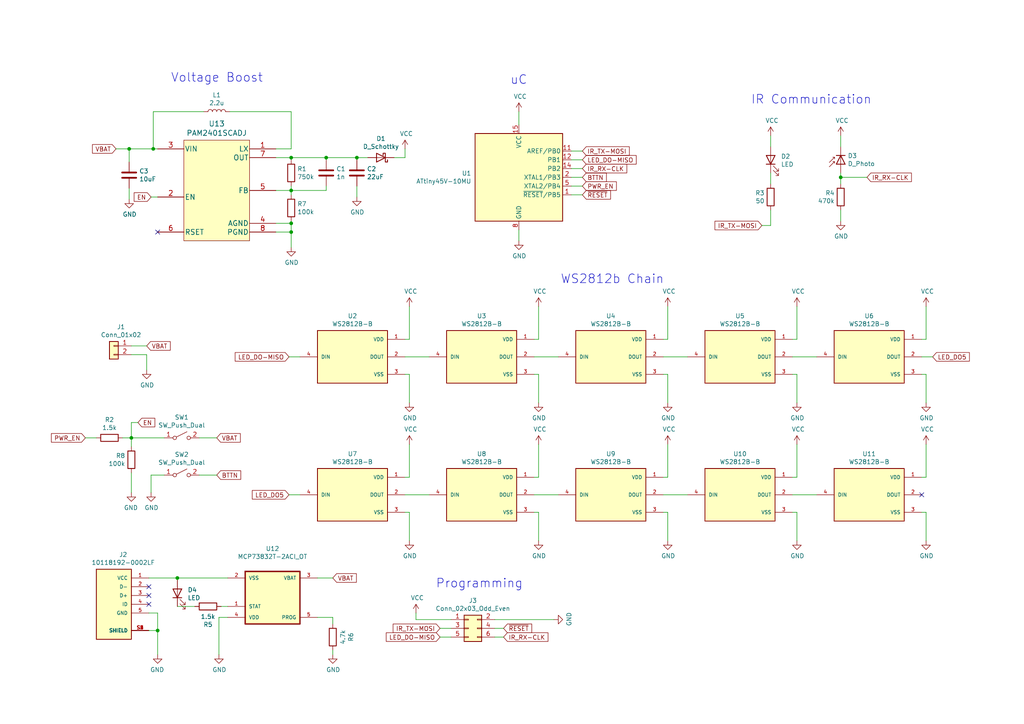
<source format=kicad_sch>
(kicad_sch (version 20211123) (generator eeschema)
  (paper "A4")
  (title_block (title "Festival Necklace") (date "1/20/2022") (rev "A2") (company "Offset Power, LLC."))
  (lib_symbols
    (symbol "Connector_Generic:Conn_01x02" (pin_names (offset 1.016) hide)
      (property "Reference" "J" (at 0 2.54 0))
      (property "Value" "Conn_01x02" (at 0 -5.08 0))
      (symbol "Conn_01x02_1_1"
        (rectangle (start -1.27 -2.413) (end 0 -2.667) (stroke (width 0.1524)))
        (rectangle (start -1.27 0.127) (end 0 -0.127) (stroke (width 0.1524)))
        (rectangle (start -1.27 1.27) (end 1.27 -3.81) (stroke (width 0.254)) (fill (type background)))
        (pin passive line (at -5.08 0 0) (length 3.81) (name "Pin_1") (number "1"))
        (pin passive line (at -5.08 -2.54 0) (length 3.81) (name "Pin_2") (number "2"))
      )
    )
    (symbol "Connector_Generic:Conn_02x03_Odd_Even" (pin_names (offset 1.016) hide)
      (property "Reference" "J" (at 1.27 5.08 0))
      (property "Value" "Conn_02x03_Odd_Even" (at 1.27 -5.08 0))
      (symbol "Conn_02x03_Odd_Even_1_1"
        (rectangle (start -1.27 -2.413) (end 0 -2.667) (stroke (width 0.1524)))
        (rectangle (start -1.27 0.127) (end 0 -0.127) (stroke (width 0.1524)))
        (rectangle (start -1.27 2.667) (end 0 2.413) (stroke (width 0.1524)))
        (rectangle (start -1.27 3.81) (end 3.81 -3.81) (stroke (width 0.254)) (fill (type background)))
        (rectangle (start 3.81 -2.413) (end 2.54 -2.667) (stroke (width 0.1524)))
        (rectangle (start 3.81 0.127) (end 2.54 -0.127) (stroke (width 0.1524)))
        (rectangle (start 3.81 2.667) (end 2.54 2.413) (stroke (width 0.1524)))
        (pin passive line (at -5.08 2.54 0) (length 3.81) (name "Pin_1") (number "1"))
        (pin passive line (at 7.62 2.54 180) (length 3.81) (name "Pin_2") (number "2"))
        (pin passive line (at -5.08 0 0) (length 3.81) (name "Pin_3") (number "3"))
        (pin passive line (at 7.62 0 180) (length 3.81) (name "Pin_4") (number "4"))
        (pin passive line (at -5.08 -2.54 0) (length 3.81) (name "Pin_5") (number "5"))
        (pin passive line (at 7.62 -2.54 180) (length 3.81) (name "Pin_6") (number "6"))
      )
    )
    (symbol "Device:C" (pin_numbers hide) (pin_names (offset 0.254))
      (property "Reference" "C" (at 0.635 2.54 0))
      (property "Value" "C" (at 0.635 -2.54 0))
      (symbol "C_0_1"
        (polyline (pts (xy -2.032 -0.762) (xy 2.032 -0.762)) (stroke (width 0.508)))
        (polyline (pts (xy -2.032 0.762) (xy 2.032 0.762)) (stroke (width 0.508)))
      )
      (symbol "C_1_1"
        (pin passive line (at 0 3.81 270) (length 2.794) (name "~") (number "1"))
        (pin passive line (at 0 -3.81 90) (length 2.794) (name "~") (number "2"))
      )
    )
    (symbol "Device:D_Photo" (pin_numbers hide) (pin_names hide)
      (property "Reference" "D" (at 0.508 1.778 0))
      (property "Value" "D_Photo" (at -1.016 -2.794 0))
      (symbol "D_Photo_0_1"
        (polyline (pts (xy -2.54 1.27) (xy -2.54 -1.27)) (stroke (width 0.254)))
        (polyline (pts (xy -2.032 1.778) (xy -1.524 1.778)))
        (polyline (pts (xy 0 0) (xy -2.54 0)))
        (polyline (pts (xy -0.508 3.302) (xy -2.032 1.778) (xy -2.032 2.286)))
        (polyline (pts (xy 0 -1.27) (xy 0 1.27) (xy -2.54 0) (xy 0 -1.27)) (stroke (width 0.254)))
        (polyline (pts (xy 0.762 3.302) (xy -0.762 1.778) (xy -0.762 2.286) (xy -0.762 1.778) (xy -0.254 1.778)))
      )
      (symbol "D_Photo_1_1"
        (pin passive line (at -5.08 0 0) (length 2.54) (name "K") (number "1"))
        (pin passive line (at 2.54 0 180) (length 2.54) (name "A") (number "2"))
      )
    )
    (symbol "Device:D_Schottky" (pin_numbers hide) (pin_names (offset 1.016) hide)
      (property "Reference" "D" (at 0 2.54 0))
      (property "Value" "D_Schottky" (at 0 -2.54 0))
      (symbol "D_Schottky_0_1"
        (polyline (pts (xy 1.27 0) (xy -1.27 0)))
        (polyline (pts (xy 1.27 1.27) (xy 1.27 -1.27) (xy -1.27 0) (xy 1.27 1.27)) (stroke (width 0.254)))
        (polyline (pts (xy -1.905 0.635) (xy -1.905 1.27) (xy -1.27 1.27) (xy -1.27 -1.27) (xy -0.635 -1.27) (xy -0.635 -0.635)) (stroke (width 0.254)))
      )
      (symbol "D_Schottky_1_1"
        (pin passive line (at -3.81 0 0) (length 2.54) (name "K") (number "1"))
        (pin passive line (at 3.81 0 180) (length 2.54) (name "A") (number "2"))
      )
    )
    (symbol "Device:L" (pin_numbers hide) (pin_names (offset 1.016) hide)
      (property "Reference" "L" (at -1.27 0 90))
      (property "Value" "L" (at 1.905 0 90))
      (symbol "L_0_1"
        (arc (start 0 -2.54) (mid 0.635 -1.905) (end 0 -1.27))
        (arc (start 0 -1.27) (mid 0.635 -0.635) (end 0 0))
        (arc (start 0 0) (mid 0.635 0.635) (end 0 1.27))
        (arc (start 0 1.27) (mid 0.635 1.905) (end 0 2.54))
      )
      (symbol "L_1_1"
        (pin passive line (at 0 3.81 270) (length 1.27) (name "1") (number "1"))
        (pin passive line (at 0 -3.81 90) (length 1.27) (name "2") (number "2"))
      )
    )
    (symbol "Device:LED" (pin_numbers hide) (pin_names (offset 1.016) hide)
      (property "Reference" "D" (at 0 2.54 0))
      (property "Value" "LED" (at 0 -2.54 0))
      (symbol "LED_0_1"
        (polyline (pts (xy -1.27 -1.27) (xy -1.27 1.27)) (stroke (width 0.254)))
        (polyline (pts (xy -1.27 0) (xy 1.27 0)))
        (polyline (pts (xy 1.27 -1.27) (xy 1.27 1.27) (xy -1.27 0) (xy 1.27 -1.27)) (stroke (width 0.254)))
        (polyline (pts (xy -3.048 -0.762) (xy -4.572 -2.286) (xy -3.81 -2.286) (xy -4.572 -2.286) (xy -4.572 -1.524)))
        (polyline (pts (xy -1.778 -0.762) (xy -3.302 -2.286) (xy -2.54 -2.286) (xy -3.302 -2.286) (xy -3.302 -1.524)))
      )
      (symbol "LED_1_1"
        (pin passive line (at -3.81 0 0) (length 2.54) (name "K") (number "1"))
        (pin passive line (at 3.81 0 180) (length 2.54) (name "A") (number "2"))
      )
    )
    (symbol "Device:R" (pin_numbers hide) (pin_names (offset 0))
      (property "Reference" "R" (at 2.032 0 90))
      (property "Value" "R" (at 0 0 90))
      (symbol "R_0_1"
        (rectangle (start -1.016 -2.54) (end 1.016 2.54) (stroke (width 0.254)))
      )
      (symbol "R_1_1"
        (pin passive line (at 0 3.81 270) (length 1.27) (name "~") (number "1"))
        (pin passive line (at 0 -3.81 90) (length 1.27) (name "~") (number "2"))
      )
    )
    (symbol "FestivalNecklace-rescue:ATtiny45V-10MU-MCU_Microchip_ATtiny"
      (property "Reference" "U" (at -12.7 13.97 0))
      (property "Value" "ATtiny45V-10MU-MCU_Microchip_ATtiny" (at 2.54 -13.97 0))
      (symbol "ATtiny45V-10MU-MCU_Microchip_ATtiny_0_1"
        (rectangle (start -12.7 -12.7) (end 12.7 12.7) (stroke (width 0.254)) (fill (type background)))
      )
      (symbol "ATtiny45V-10MU-MCU_Microchip_ATtiny_1_1"
        (pin bidirectional line (at 15.24 -5.08 180) (length 2.54) (name "~{RESET}/PB5") (number "1"))
        (pin no_connect line (at -12.7 -2.54 0) (length 2.54) hide (name "NC") (number "10"))
        (pin bidirectional line (at 15.24 7.62 180) (length 2.54) (name "AREF/PB0") (number "11"))
        (pin bidirectional line (at 15.24 5.08 180) (length 2.54) (name "PB1") (number "12"))
        (pin no_connect line (at -12.7 -5.08 0) (length 2.54) hide (name "NC") (number "13"))
        (pin bidirectional line (at 15.24 2.54 180) (length 2.54) (name "PB2") (number "14"))
        (pin power_in line (at 0 15.24 270) (length 2.54) (name "VCC") (number "15"))
        (pin no_connect line (at -12.7 -7.62 0) (length 2.54) hide (name "NC") (number "16"))
        (pin no_connect line (at -12.7 -10.16 0) (length 2.54) hide (name "NC") (number "17"))
        (pin no_connect line (at -7.62 -12.7 90) (length 2.54) hide (name "NC") (number "18"))
        (pin no_connect line (at -5.08 -12.7 90) (length 2.54) hide (name "NC") (number "19"))
        (pin bidirectional line (at 15.24 0 180) (length 2.54) (name "XTAL1/PB3") (number "2"))
        (pin no_connect line (at -2.54 -12.7 90) (length 2.54) hide (name "NC") (number "20"))
        (pin passive line (at 0 -15.24 90) (length 2.54) hide (name "GND") (number "21"))
        (pin no_connect line (at -12.7 10.16 0) (length 2.54) hide (name "NC") (number "3"))
        (pin no_connect line (at -12.7 7.62 0) (length 2.54) hide (name "NC") (number "4"))
        (pin bidirectional line (at 15.24 -2.54 180) (length 2.54) (name "XTAL2/PB4") (number "5"))
        (pin no_connect line (at -12.7 5.08 0) (length 2.54) hide (name "NC") (number "6"))
        (pin no_connect line (at -12.7 2.54 0) (length 2.54) hide (name "NC") (number "7"))
        (pin power_in line (at 0 -15.24 90) (length 2.54) (name "GND") (number "8"))
        (pin no_connect line (at -12.7 0 0) (length 2.54) hide (name "NC") (number "9"))
      )
    )
    (symbol "FestivalNecklace:10118192-0002LF" (pin_names (offset 1.016))
      (property "Reference" "J" (at -5.08 11.43 0))
      (property "Value" "10118192-0002LF" (at -5.08 -12.7 0))
      (symbol "10118192-0002LF_0_0"
        (rectangle (start -5.08 -10.16) (end 5.08 10.16) (stroke (width 0.254)) (fill (type background)))
        (pin power_in line (at -10.16 7.62 0) (length 5.08) (name "VCC") (number "1"))
        (pin bidirectional line (at -10.16 5.08 0) (length 5.08) (name "D-") (number "2"))
        (pin bidirectional line (at -10.16 2.54 0) (length 5.08) (name "D+") (number "3"))
        (pin bidirectional line (at -10.16 0 0) (length 5.08) (name "ID") (number "4"))
        (pin power_in line (at -10.16 -2.54 0) (length 5.08) (name "GND") (number "5"))
        (pin passive line (at -10.16 -7.62 0) (length 5.08) (name "SHIELD") (number "S1"))
        (pin passive line (at -10.16 -7.62 0) (length 5.08) (name "SHIELD") (number "S2"))
        (pin passive line (at -10.16 -7.62 0) (length 5.08) (name "SHIELD") (number "S3"))
        (pin passive line (at -10.16 -7.62 0) (length 5.08) (name "SHIELD") (number "S4"))
        (pin passive line (at -10.16 -7.62 0) (length 5.08) (name "SHIELD") (number "S5"))
        (pin passive line (at -10.16 -7.62 0) (length 5.08) (name "SHIELD") (number "S6"))
      )
    )
    (symbol "FestivalNecklace:MCP73832T-2ACI_OT" (pin_names (offset 1.016))
      (property "Reference" "U" (at 0 8.255 0))
      (property "Value" "MCP73832T-2ACI_OT" (at 0 -11.43 0))
      (property "DK_PN" "MCP73832T-2ACI/OTCT-ND" (at 0 -8.89 0))
      (symbol "MCP73832T-2ACI_OT_0_0"
        (rectangle (start -8.255 -7.62) (end 7.62 7.62) (stroke (width 0.4064)) (fill (type background)))
        (pin output line (at -13.335 -2.54 0) (length 5.08) (name "STAT") (number "1"))
        (pin power_in line (at -13.335 5.715 0) (length 5.08) (name "VSS") (number "2"))
        (pin output line (at 12.7 5.715 180) (length 5.08) (name "VBAT") (number "3"))
        (pin input line (at -13.335 -5.715 0) (length 5.08) (name "VDD") (number "4"))
        (pin input line (at 12.7 -5.715 180) (length 5.08) (name "PROG") (number "5"))
      )
    )
    (symbol "FestivalNecklace:PAM2401SCADJ" (pin_names (offset 0.254))
      (property "Reference" "U" (at 0.635 17.78 0))
      (property "Value" "PAM2401SCADJ" (at 0.635 15.24 0))
      (property "DK_PN" "PAM2401SCADJDICT-ND" (at 0 0 0))
      (symbol "PAM2401SCADJ_1_1"
        (rectangle (start -9.525 13.335) (end 9.525 -15.875) (fill (type background)))
        (pin unspecified line (at 17.145 10.795 180) (length 7.62) (name "LX") (number "1"))
        (pin unspecified line (at -17.145 -3.175 0) (length 7.62) (name "EN") (number "2"))
        (pin input line (at -17.145 10.795 0) (length 7.62) (name "VIN") (number "3"))
        (pin power_in line (at 17.145 -10.795 180) (length 7.62) (name "AGND") (number "4"))
        (pin unspecified line (at 17.145 -1.27 180) (length 7.62) (name "FB") (number "5"))
        (pin unspecified line (at -17.145 -13.335 0) (length 7.62) (name "RSET") (number "6"))
        (pin output line (at 17.145 8.255 180) (length 7.62) (name "OUT") (number "7"))
        (pin power_in line (at 17.145 -13.335 180) (length 7.62) (name "PGND") (number "8"))
      )
    )
    (symbol "FestivalNecklace:WS2812B-B" (pin_names (offset 1.016))
      (property "Reference" "U" (at -10.16 8.128 0))
      (property "Value" "WS2812B-B" (at -10.16 -10.16 0))
      (symbol "WS2812B-B_0_0"
        (rectangle (start -10.16 -7.62) (end 10.16 7.62) (stroke (width 0.254)) (fill (type background)))
        (pin power_in line (at 15.24 5.08 180) (length 5.08) (name "VDD") (number "1"))
        (pin output line (at 15.24 0 180) (length 5.08) (name "DOUT") (number "2"))
        (pin power_in line (at 15.24 -5.08 180) (length 5.08) (name "VSS") (number "3"))
        (pin input line (at -15.24 0 0) (length 5.08) (name "DIN") (number "4"))
      )
    )
    (symbol "Switch:SW_SPST" (pin_names (offset 0) hide)
      (property "Reference" "SW" (at 0 3.175 0))
      (property "Value" "SW_SPST" (at 0 -2.54 0))
      (symbol "SW_SPST_0_0"
        (circle (center -2.032 0) (radius 0.508))
        (polyline (pts (xy -1.524 0.254) (xy 1.524 1.778)))
        (circle (center 2.032 0) (radius 0.508))
      )
      (symbol "SW_SPST_1_1"
        (pin passive line (at -5.08 0 0) (length 2.54) (name "A") (number "1"))
        (pin passive line (at 5.08 0 180) (length 2.54) (name "B") (number "2"))
      )
    )
    (symbol "power:GND" (power) (pin_names (offset 0))
      (property "Value" "GND" (at 0 -3.81 0))
      (symbol "GND_0_1"
        (polyline (pts (xy 0 0) (xy 0 -1.27) (xy 1.27 -1.27) (xy 0 -2.54) (xy -1.27 -1.27) (xy 0 -1.27)))
      )
      (symbol "GND_1_1"
        (pin power_in line (at 0 0 270) (length 0) hide (name "GND") (number "1"))
      )
    )
    (symbol "power:VCC" (power) (pin_names (offset 0))
      (property "Value" "VCC" (at 0 3.81 0))
      (symbol "VCC_0_1"
        (polyline (pts (xy -0.762 1.27) (xy 0 2.54)))
        (polyline (pts (xy 0 0) (xy 0 2.54)))
        (polyline (pts (xy 0 2.54) (xy 0.762 1.27)))
      )
      (symbol "VCC_1_1"
        (pin power_in line (at 0 0 90) (length 0) hide (name "VCC") (number "1"))
      )
    )
  )
  (junction (at 44.45 43.18))
  (junction (at 243.84 51.435))
  (junction (at 51.435 167.64))
  (junction (at 84.455 55.245))
  (junction (at 38.1 127))
  (junction (at 84.455 67.31))
  (junction (at 84.455 64.77))
  (junction (at 37.465 43.18))
  (junction (at 94.615 45.72))
  (junction (at 45.72 182.88))
  (junction (at 103.505 45.72))
  (junction (at 84.455 45.72))
  (no_connect (at 267.335 143.51))
  (no_connect (at 43.18 175.26))
  (no_connect (at 43.18 172.72))
  (no_connect (at 45.72 67.31))
  (no_connect (at 43.18 170.18))
  (wire (pts (xy 243.84 64.135) (xy 243.84 60.96)))
  (wire (pts (xy 33.655 43.18) (xy 37.465 43.18)))
  (wire (pts (xy 146.05 184.785) (xy 143.51 184.785)))
  (wire (pts (xy 118.745 108.585) (xy 118.745 116.84)))
  (wire (pts (xy 59.055 32.385) (xy 44.45 32.385)))
  (wire (pts (xy 42.545 102.87) (xy 42.545 107.315)))
  (wire (pts (xy 231.14 108.585) (xy 231.14 116.84)))
  (wire (pts (xy 127.635 182.245) (xy 130.81 182.245)))
  (wire (pts (xy 193.675 108.585) (xy 192.405 108.585)))
  (wire (pts (xy 143.51 179.705) (xy 160.655 179.705)))
  (wire (pts (xy 168.91 56.515) (xy 165.735 56.515)))
  (wire (pts (xy 94.615 45.72) (xy 84.455 45.72)))
  (wire (pts (xy 268.605 88.9) (xy 268.605 98.425)))
  (wire (pts (xy 120.65 179.705) (xy 130.81 179.705)))
  (wire (pts (xy 165.735 48.895) (xy 168.91 48.895)))
  (wire (pts (xy 268.605 148.59) (xy 268.605 156.845)))
  (wire (pts (xy 44.45 32.385) (xy 44.45 43.18)))
  (wire (pts (xy 243.84 51.435) (xy 243.84 50.165)))
  (wire (pts (xy 156.21 88.9) (xy 156.21 98.425)))
  (wire (pts (xy 84.455 55.245) (xy 84.455 56.515)))
  (wire (pts (xy 223.52 42.545) (xy 223.52 39.37)))
  (wire (pts (xy 193.675 88.9) (xy 193.675 98.425)))
  (wire (pts (xy 38.1 122.555) (xy 38.1 127)))
  (wire (pts (xy 96.52 179.07) (xy 92.075 179.07)))
  (wire (pts (xy 80.01 55.245) (xy 84.455 55.245)))
  (wire (pts (xy 150.495 69.85) (xy 150.495 66.675)))
  (wire (pts (xy 92.075 167.64) (xy 96.52 167.64)))
  (wire (pts (xy 229.87 143.51) (xy 236.855 143.51)))
  (wire (pts (xy 154.94 103.505) (xy 161.925 103.505)))
  (wire (pts (xy 156.21 148.59) (xy 154.94 148.59)))
  (wire (pts (xy 103.505 46.355) (xy 103.505 45.72)))
  (wire (pts (xy 192.405 143.51) (xy 199.39 143.51)))
  (wire (pts (xy 156.21 138.43) (xy 154.94 138.43)))
  (wire (pts (xy 270.51 103.505) (xy 267.335 103.505)))
  (wire (pts (xy 45.72 182.88) (xy 45.72 177.8)))
  (wire (pts (xy 24.765 127) (xy 27.94 127)))
  (wire (pts (xy 84.455 43.18) (xy 80.01 43.18)))
  (wire (pts (xy 168.91 51.435) (xy 165.735 51.435)))
  (wire (pts (xy 43.815 142.875) (xy 43.815 137.795)))
  (wire (pts (xy 103.505 53.975) (xy 103.505 57.15)))
  (wire (pts (xy 37.465 43.18) (xy 44.45 43.18)))
  (wire (pts (xy 96.52 180.975) (xy 96.52 179.07)))
  (wire (pts (xy 118.745 138.43) (xy 117.475 138.43)))
  (wire (pts (xy 117.475 43.18) (xy 117.475 45.72)))
  (wire (pts (xy 84.455 32.385) (xy 84.455 43.18)))
  (wire (pts (xy 64.135 175.895) (xy 66.04 175.895)))
  (wire (pts (xy 118.745 88.9) (xy 118.745 98.425)))
  (wire (pts (xy 84.455 46.355) (xy 84.455 45.72)))
  (wire (pts (xy 231.14 148.59) (xy 229.87 148.59)))
  (wire (pts (xy 118.745 108.585) (xy 117.475 108.585)))
  (wire (pts (xy 150.495 32.385) (xy 150.495 36.195)))
  (wire (pts (xy 63.5 179.07) (xy 66.04 179.07)))
  (wire (pts (xy 40.005 122.555) (xy 38.1 122.555)))
  (wire (pts (xy 231.14 98.425) (xy 229.87 98.425)))
  (wire (pts (xy 120.65 177.8) (xy 120.65 179.705)))
  (wire (pts (xy 117.475 45.72) (xy 114.3 45.72)))
  (wire (pts (xy 84.455 55.245) (xy 84.455 53.975)))
  (wire (pts (xy 168.91 53.975) (xy 165.735 53.975)))
  (wire (pts (xy 45.72 182.88) (xy 45.72 189.865)))
  (wire (pts (xy 47.625 127) (xy 38.1 127)))
  (wire (pts (xy 127.635 184.785) (xy 130.81 184.785)))
  (wire (pts (xy 118.745 148.59) (xy 118.745 156.845)))
  (wire (pts (xy 94.615 55.245) (xy 84.455 55.245)))
  (wire (pts (xy 193.675 138.43) (xy 192.405 138.43)))
  (wire (pts (xy 117.475 103.505) (xy 124.46 103.505)))
  (wire (pts (xy 268.605 128.905) (xy 268.605 138.43)))
  (wire (pts (xy 231.14 88.9) (xy 231.14 98.425)))
  (wire (pts (xy 268.605 108.585) (xy 268.605 116.84)))
  (wire (pts (xy 103.505 45.72) (xy 106.68 45.72)))
  (wire (pts (xy 231.14 128.905) (xy 231.14 138.43)))
  (wire (pts (xy 156.21 108.585) (xy 154.94 108.585)))
  (wire (pts (xy 80.01 67.31) (xy 84.455 67.31)))
  (wire (pts (xy 43.815 137.795) (xy 47.625 137.795)))
  (wire (pts (xy 38.1 127) (xy 38.1 129.54)))
  (wire (pts (xy 268.605 148.59) (xy 267.335 148.59)))
  (wire (pts (xy 268.605 108.585) (xy 267.335 108.585)))
  (wire (pts (xy 37.465 54.61) (xy 37.465 57.785)))
  (wire (pts (xy 168.91 43.815) (xy 165.735 43.815)))
  (wire (pts (xy 231.14 148.59) (xy 231.14 156.845)))
  (wire (pts (xy 84.455 45.72) (xy 80.01 45.72)))
  (wire (pts (xy 168.91 46.355) (xy 165.735 46.355)))
  (wire (pts (xy 84.455 64.135) (xy 84.455 64.77)))
  (wire (pts (xy 220.98 65.405) (xy 223.52 65.405)))
  (wire (pts (xy 156.21 98.425) (xy 154.94 98.425)))
  (wire (pts (xy 51.435 175.895) (xy 56.515 175.895)))
  (wire (pts (xy 193.675 128.905) (xy 193.675 138.43)))
  (wire (pts (xy 83.82 103.505) (xy 86.995 103.505)))
  (wire (pts (xy 35.56 127) (xy 38.1 127)))
  (wire (pts (xy 146.05 182.245) (xy 143.51 182.245)))
  (wire (pts (xy 43.815 57.15) (xy 45.72 57.15)))
  (wire (pts (xy 231.14 138.43) (xy 229.87 138.43)))
  (wire (pts (xy 103.505 45.72) (xy 94.615 45.72)))
  (wire (pts (xy 156.21 108.585) (xy 156.21 116.84)))
  (wire (pts (xy 118.745 128.905) (xy 118.745 138.43)))
  (wire (pts (xy 243.84 53.34) (xy 243.84 51.435)))
  (wire (pts (xy 243.84 42.545) (xy 243.84 39.37)))
  (wire (pts (xy 251.46 51.435) (xy 243.84 51.435)))
  (wire (pts (xy 83.82 143.51) (xy 86.995 143.51)))
  (wire (pts (xy 42.545 102.87) (xy 38.1 102.87)))
  (wire (pts (xy 223.52 53.34) (xy 223.52 50.165)))
  (wire (pts (xy 193.675 148.59) (xy 192.405 148.59)))
  (wire (pts (xy 193.675 98.425) (xy 192.405 98.425)))
  (wire (pts (xy 51.435 167.64) (xy 43.18 167.64)))
  (wire (pts (xy 118.745 98.425) (xy 117.475 98.425)))
  (wire (pts (xy 94.615 53.975) (xy 94.615 55.245)))
  (wire (pts (xy 51.435 168.275) (xy 51.435 167.64)))
  (wire (pts (xy 45.72 182.88) (xy 43.18 182.88)))
  (wire (pts (xy 156.21 128.905) (xy 156.21 138.43)))
  (wire (pts (xy 45.72 177.8) (xy 43.18 177.8)))
  (wire (pts (xy 94.615 45.72) (xy 94.615 46.355)))
  (wire (pts (xy 57.785 137.795) (xy 62.865 137.795)))
  (wire (pts (xy 66.04 167.64) (xy 51.435 167.64)))
  (wire (pts (xy 268.605 138.43) (xy 267.335 138.43)))
  (wire (pts (xy 96.52 189.865) (xy 96.52 188.595)))
  (wire (pts (xy 156.21 148.59) (xy 156.21 156.845)))
  (wire (pts (xy 192.405 103.505) (xy 199.39 103.505)))
  (wire (pts (xy 62.865 127) (xy 57.785 127)))
  (wire (pts (xy 193.675 108.585) (xy 193.675 116.84)))
  (wire (pts (xy 37.465 46.99) (xy 37.465 43.18)))
  (wire (pts (xy 84.455 67.31) (xy 84.455 64.77)))
  (wire (pts (xy 268.605 98.425) (xy 267.335 98.425)))
  (wire (pts (xy 63.5 179.07) (xy 63.5 189.865)))
  (wire (pts (xy 84.455 64.77) (xy 80.01 64.77)))
  (wire (pts (xy 117.475 143.51) (xy 124.46 143.51)))
  (wire (pts (xy 229.87 103.505) (xy 236.855 103.505)))
  (wire (pts (xy 38.1 142.875) (xy 38.1 137.16)))
  (wire (pts (xy 223.52 60.96) (xy 223.52 65.405)))
  (wire (pts (xy 154.94 143.51) (xy 161.925 143.51)))
  (wire (pts (xy 66.675 32.385) (xy 84.455 32.385)))
  (wire (pts (xy 38.1 100.33) (xy 42.545 100.33)))
  (wire (pts (xy 84.455 71.755) (xy 84.455 67.31)))
  (wire (pts (xy 231.14 108.585) (xy 229.87 108.585)))
  (wire (pts (xy 44.45 43.18) (xy 45.72 43.18)))
  (wire (pts (xy 118.745 148.59) (xy 117.475 148.59)))
  (wire (pts (xy 193.675 148.59) (xy 193.675 156.845)))
  (text "Voltage Boost" (at 49.53 24.13 0) (effects (font (size 2.54 2.54)) (justify left bottom)))
  (text "IR Communication" (at 217.805 30.48 0) (effects (font (size 2.54 2.54)) (justify left bottom)))
  (text "Programming" (at 126.365 170.815 0) (effects (font (size 2.54 2.54)) (justify left bottom)))
  (text "WS2812b Chain" (at 162.56 82.55 0) (effects (font (size 2.54 2.54)) (justify left bottom)))
  (text "uC" (at 147.955 24.765 0) (effects (font (size 2.54 2.54)) (justify left bottom)))
  (global_label "LED_DO-MISO" (shape input) (at 127.635 184.785 180) (property "Intersheet References" "${INTERSHEET_REFS}" (effects hide)))
  (global_label "VBAT" (shape input) (at 33.655 43.18 180) (property "Intersheet References" "${INTERSHEET_REFS}" (effects hide)))
  (global_label "EN" (shape input) (at 43.815 57.15 180) (property "Intersheet References" "${INTERSHEET_REFS}" (effects hide)))
  (global_label "VBAT" (shape input) (at 62.865 127 0) (property "Intersheet References" "${INTERSHEET_REFS}" (effects hide)))
  (global_label "LED_DO-MISO" (shape input) (at 168.91 46.355 0) (property "Intersheet References" "${INTERSHEET_REFS}" (effects hide)))
  (global_label "IR_TX-MOSI" (shape input) (at 168.91 43.815 0) (property "Intersheet References" "${INTERSHEET_REFS}" (effects hide)))
  (global_label "~{RESET}" (shape input) (at 146.05 182.245 0) (property "Intersheet References" "${INTERSHEET_REFS}" (effects hide)))
  (global_label "IR_RX-CLK" (shape input) (at 146.05 184.785 0) (property "Intersheet References" "${INTERSHEET_REFS}" (effects hide)))
  (global_label "VBAT" (shape input) (at 42.545 100.33 0) (property "Intersheet References" "${INTERSHEET_REFS}" (effects hide)))
  (global_label "LED_DO-MISO" (shape input) (at 83.82 103.505 180) (property "Intersheet References" "${INTERSHEET_REFS}" (effects hide)))
  (global_label "IR_RX-CLK" (shape input) (at 168.91 48.895 0) (property "Intersheet References" "${INTERSHEET_REFS}" (effects hide)))
  (global_label "LED_DO5" (shape input) (at 83.82 143.51 180) (property "Intersheet References" "${INTERSHEET_REFS}" (effects hide)))
  (global_label "BTTN" (shape input) (at 168.91 51.435 0) (property "Intersheet References" "${INTERSHEET_REFS}" (effects hide)))
  (global_label "IR_RX-CLK" (shape input) (at 251.46 51.435 0) (property "Intersheet References" "${INTERSHEET_REFS}" (effects hide)))
  (global_label "PWR_EN" (shape input) (at 24.765 127 180) (property "Intersheet References" "${INTERSHEET_REFS}" (effects hide)))
  (global_label "EN" (shape input) (at 40.005 122.555 0) (property "Intersheet References" "${INTERSHEET_REFS}" (effects hide)))
  (global_label "IR_TX-MOSI" (shape input) (at 127.635 182.245 180) (property "Intersheet References" "${INTERSHEET_REFS}" (effects hide)))
  (global_label "IR_TX-MOSI" (shape input) (at 220.98 65.405 180) (property "Intersheet References" "${INTERSHEET_REFS}" (effects hide)))
  (global_label "VBAT" (shape input) (at 96.52 167.64 0) (property "Intersheet References" "${INTERSHEET_REFS}" (effects hide)))
  (global_label "~{RESET}" (shape input) (at 168.91 56.515 0) (property "Intersheet References" "${INTERSHEET_REFS}" (effects hide)))
  (global_label "PWR_EN" (shape input) (at 168.91 53.975 0) (property "Intersheet References" "${INTERSHEET_REFS}" (effects hide)))
  (global_label "LED_DO5" (shape input) (at 270.51 103.505 0) (property "Intersheet References" "${INTERSHEET_REFS}" (effects hide)))
  (global_label "BTTN" (shape input) (at 62.865 137.795 0) (property "Intersheet References" "${INTERSHEET_REFS}" (effects hide)))
  (symbol (lib_id "Switch:SW_SPST") (at 52.705 127 0) (unit 1)
    (property "Reference" "SW1" (at 52.705 121.031 0))
    (property "Value" "SW_Push_Dual" (at 52.705 123.3424 0))
    (property "Footprint" "FestivalNecklace:TL3301NF260QG" (effects hide))
    (property "DK_PN" "EG6055CT-ND" (effects hide))
  )
  (symbol (lib_id "power:GND") (at 42.545 107.315 0) (unit 1)
    (property "Reference" "#PWR08" (effects hide))
    (property "Value" "GND" (at 42.672 111.7092 0))
  )
  (symbol (lib_id "power:VCC") (at 150.495 32.385 0) (unit 1)
    (property "Reference" "#PWR02" (effects hide))
    (property "Value" "VCC" (at 150.876 27.9908 0))
  )
  (symbol (lib_id "power:GND") (at 150.495 69.85 0) (unit 1)
    (property "Reference" "#PWR07" (effects hide))
    (property "Value" "GND" (at 150.622 74.2442 0))
  )
  (symbol (lib_id "Device:D_Photo") (at 243.84 47.625 90) (mirror x) (unit 1)
    (property "Reference" "D3" (at 245.872 45.1866 90) (effects (justify right)))
    (property "Value" "D_Photo" (at 245.872 47.498 90) (effects (justify right)))
    (property "Footprint" "LED_SMD:LED_1206_3216Metric_Castellated" (effects hide))
    (property "DK_PN" "3147-B1501PD--H9B000113U1930TR-ND" (effects hide))
  )
  (symbol (lib_id "Device:R") (at 243.84 57.15 0) (mirror x) (unit 1)
    (property "Reference" "R4" (at 242.0874 55.9816 0) (effects (justify right)))
    (property "Value" "470k" (at 242.0874 58.293 0) (effects (justify right)))
    (property "Footprint" "Resistor_SMD:R_0603_1608Metric" (effects hide))
  )
  (symbol (lib_id "power:GND") (at 243.84 64.135 0) (unit 1)
    (property "Reference" "#PWR06" (effects hide))
    (property "Value" "GND" (at 243.967 68.5292 0))
  )
  (symbol (lib_id "power:VCC") (at 243.84 39.37 0) (unit 1)
    (property "Reference" "#PWR04" (effects hide))
    (property "Value" "VCC" (at 244.221 34.9758 0))
  )
  (symbol (lib_id "Device:LED") (at 223.52 46.355 90) (unit 1)
    (property "Reference" "D2" (at 226.5172 45.3644 90) (effects (justify right)))
    (property "Value" "LED" (at 226.5172 47.6758 90) (effects (justify right)))
    (property "Footprint" "LED_SMD:LED_1206_3216Metric" (effects hide))
    (property "DK_PN" "1080-1357-1-ND" (effects hide))
  )
  (symbol (lib_id "power:VCC") (at 223.52 39.37 0) (unit 1)
    (property "Reference" "#PWR03" (effects hide))
    (property "Value" "VCC" (at 223.901 34.9758 0))
  )
  (symbol (lib_id "Device:R") (at 223.52 57.15 0) (mirror x) (unit 1)
    (property "Reference" "R3" (at 221.7674 55.9816 0) (effects (justify right)))
    (property "Value" "50" (at 221.7674 58.293 0) (effects (justify right)))
    (property "Footprint" "Resistor_SMD:R_0603_1608Metric" (effects hide))
  )
  (symbol (lib_id "FestivalNecklace-rescue:ATtiny45V-10MU-MCU_Microchip_ATtiny") (at 150.495 51.435 0) (unit 1)
    (property "Reference" "U1" (at 136.7028 50.2666 0) (effects (justify right)))
    (property "Value" "ATtiny45V-10MU" (at 136.7028 52.578 0) (effects (justify right)))
    (property "Footprint" "Package_DFN_QFN:QFN-20-1EP_4x4mm_P0.5mm_EP2.6x2.6mm" (effects hide))
    (property "Datasheet" "http://ww1.microchip.com/downloads/en/DeviceDoc/atmel-2586-avr-8-bit-microcontroller-attiny25-attiny45-attiny85_datasheet.pdf" (effects hide))
  )
  (symbol (lib_id "power:VCC") (at 118.745 88.9 0) (unit 1)
    (property "Reference" "#PWR09" (effects hide))
    (property "Value" "VCC" (at 119.126 84.5058 0))
  )
  (symbol (lib_id "power:GND") (at 118.745 116.84 0) (unit 1)
    (property "Reference" "#PWR014" (effects hide))
    (property "Value" "GND" (at 118.872 121.2342 0))
  )
  (symbol (lib_id "FestivalNecklace:10118192-0002LF") (at 33.02 175.26 0) (mirror y) (unit 1)
    (property "Reference" "J2" (at 35.7378 160.8582 0))
    (property "Value" "10118192-0002LF" (at 35.7378 163.1696 0))
    (property "Footprint" "FestivalNecklace:AMPHENOL_10118192-0002LF" (effects hide))
    (property "DK_PN" "609-5379-1-ND" (effects hide))
  )
  (symbol (lib_id "FestivalNecklace:MCP73832T-2ACI_OT") (at 79.375 173.355 0) (unit 1)
    (property "Reference" "U12" (at 79.0448 159.131 0))
    (property "Value" "MCP73832T-2ACI_OT" (at 79.0448 161.4424 0))
    (property "Footprint" "FestivalNecklace:SOT95P270X145-5N" (effects hide))
    (property "DK_PN" "MCP73832T-2ACI/OTCT-ND" (effects hide))
  )
  (symbol (lib_id "FestivalNecklace:WS2812B-B") (at 102.235 103.505 0) (unit 1)
    (property "Reference" "U2" (at 102.235 91.6432 0))
    (property "Value" "WS2812B-B" (at 102.235 93.9546 0))
    (property "Footprint" "FestivalNecklace:LED_WS2812B-B" (effects hide))
    (property "STANDARD" "Manufacturer Recommendations" (effects hide))
    (property "MAXIMUM_PACKAGE_HIEGHT" "1.62 mm" (effects hide))
    (property "PARTREV" "5" (effects hide))
    (property "MANUFACTURER" "Worldsemi" (effects hide))
  )
  (symbol (lib_id "power:GND") (at 63.5 189.865 0) (unit 1)
    (property "Reference" "#PWR032" (effects hide))
    (property "Value" "GND" (at 63.627 194.2592 0))
  )
  (symbol (lib_id "Connector_Generic:Conn_02x03_Odd_Even") (at 135.89 182.245 0) (unit 1)
    (property "Reference" "J3" (at 137.16 174.1932 0))
    (property "Value" "Conn_02x03_Odd_Even" (at 137.16 176.5046 0))
    (property "Footprint" "Connector_PinHeader_1.00mm:PinHeader_2x03_P1.00mm_Vertical" (effects hide))
  )
  (symbol (lib_id "power:VCC") (at 156.21 88.9 0) (unit 1)
    (property "Reference" "#PWR010" (effects hide))
    (property "Value" "VCC" (at 156.591 84.5058 0))
  )
  (symbol (lib_id "power:GND") (at 45.72 189.865 0) (mirror y) (unit 1)
    (property "Reference" "#PWR031" (effects hide))
    (property "Value" "GND" (at 45.593 194.2592 0))
  )
  (symbol (lib_id "power:GND") (at 156.21 116.84 0) (unit 1)
    (property "Reference" "#PWR015" (effects hide))
    (property "Value" "GND" (at 156.337 121.2342 0))
  )
  (symbol (lib_id "FestivalNecklace:WS2812B-B") (at 139.7 103.505 0) (unit 1)
    (property "Reference" "U3" (at 139.7 91.6432 0))
    (property "Value" "WS2812B-B" (at 139.7 93.9546 0))
    (property "Footprint" "FestivalNecklace:LED_WS2812B-B" (effects hide))
    (property "STANDARD" "Manufacturer Recommendations" (effects hide))
    (property "MAXIMUM_PACKAGE_HIEGHT" "1.62 mm" (effects hide))
    (property "PARTREV" "5" (effects hide))
    (property "MANUFACTURER" "Worldsemi" (effects hide))
  )
  (symbol (lib_id "power:VCC") (at 120.65 177.8 0) (unit 1)
    (property "Reference" "#PWR029" (effects hide))
    (property "Value" "VCC" (at 121.031 173.4058 0))
  )
  (symbol (lib_id "power:GND") (at 160.655 179.705 90) (unit 1)
    (property "Reference" "#PWR030" (effects hide))
    (property "Value" "GND" (at 165.0492 179.578 0))
  )
  (symbol (lib_id "power:VCC") (at 193.675 88.9 0) (unit 1)
    (property "Reference" "#PWR011" (effects hide))
    (property "Value" "VCC" (at 194.056 84.5058 0))
  )
  (symbol (lib_id "power:GND") (at 193.675 116.84 0) (unit 1)
    (property "Reference" "#PWR016" (effects hide))
    (property "Value" "GND" (at 193.802 121.2342 0))
  )
  (symbol (lib_id "FestivalNecklace:WS2812B-B") (at 177.165 103.505 0) (unit 1)
    (property "Reference" "U4" (at 177.165 91.6432 0))
    (property "Value" "WS2812B-B" (at 177.165 93.9546 0))
    (property "Footprint" "FestivalNecklace:LED_WS2812B-B" (effects hide))
    (property "STANDARD" "Manufacturer Recommendations" (effects hide))
    (property "MAXIMUM_PACKAGE_HIEGHT" "1.62 mm" (effects hide))
    (property "PARTREV" "5" (effects hide))
    (property "MANUFACTURER" "Worldsemi" (effects hide))
  )
  (symbol (lib_id "Device:R") (at 96.52 184.785 0) (mirror x) (unit 1)
    (property "Reference" "R6" (at 101.7778 184.785 90))
    (property "Value" "4.7k" (at 99.4664 184.785 90))
    (property "Footprint" "Resistor_SMD:R_0603_1608Metric" (effects hide))
  )
  (symbol (lib_id "power:GND") (at 96.52 189.865 0) (unit 1)
    (property "Reference" "#PWR033" (effects hide))
    (property "Value" "GND" (at 96.647 194.2592 0))
  )
  (symbol (lib_id "power:VCC") (at 231.14 88.9 0) (unit 1)
    (property "Reference" "#PWR012" (effects hide))
    (property "Value" "VCC" (at 231.521 84.5058 0))
  )
  (symbol (lib_id "power:GND") (at 231.14 116.84 0) (unit 1)
    (property "Reference" "#PWR017" (effects hide))
    (property "Value" "GND" (at 231.267 121.2342 0))
  )
  (symbol (lib_id "FestivalNecklace:WS2812B-B") (at 214.63 103.505 0) (unit 1)
    (property "Reference" "U5" (at 214.63 91.6432 0))
    (property "Value" "WS2812B-B" (at 214.63 93.9546 0))
    (property "Footprint" "FestivalNecklace:LED_WS2812B-B" (effects hide))
    (property "STANDARD" "Manufacturer Recommendations" (effects hide))
    (property "MAXIMUM_PACKAGE_HIEGHT" "1.62 mm" (effects hide))
    (property "PARTREV" "5" (effects hide))
    (property "MANUFACTURER" "Worldsemi" (effects hide))
  )
  (symbol (lib_id "power:VCC") (at 268.605 88.9 0) (unit 1)
    (property "Reference" "#PWR013" (effects hide))
    (property "Value" "VCC" (at 268.986 84.5058 0))
  )
  (symbol (lib_id "power:GND") (at 268.605 116.84 0) (unit 1)
    (property "Reference" "#PWR018" (effects hide))
    (property "Value" "GND" (at 268.732 121.2342 0))
  )
  (symbol (lib_id "FestivalNecklace:WS2812B-B") (at 252.095 103.505 0) (unit 1)
    (property "Reference" "U6" (at 252.095 91.6432 0))
    (property "Value" "WS2812B-B" (at 252.095 93.9546 0))
    (property "Footprint" "FestivalNecklace:LED_WS2812B-B" (effects hide))
    (property "STANDARD" "Manufacturer Recommendations" (effects hide))
    (property "MAXIMUM_PACKAGE_HIEGHT" "1.62 mm" (effects hide))
    (property "PARTREV" "5" (effects hide))
    (property "MANUFACTURER" "Worldsemi" (effects hide))
  )
  (symbol (lib_id "FestivalNecklace:PAM2401SCADJ") (at 62.865 53.975 0) (unit 1)
    (property "Reference" "U13" (at 62.865 35.8902 0) (effects (font (size 1.524 1.524))))
    (property "Value" "PAM2401SCADJ" (at 62.865 38.5826 0) (effects (font (size 1.524 1.524))))
    (property "Footprint" "FestivalNecklace:PAM2401SCADJ" (effects hide))
    (property "DK_PN" "PAM2401SCADJDICT-ND" (effects hide))
  )
  (symbol (lib_id "Device:LED") (at 51.435 172.085 90) (unit 1)
    (property "Reference" "D4" (at 54.4322 171.0944 90) (effects (justify right)))
    (property "Value" "LED" (at 54.4322 173.4058 90) (effects (justify right)))
    (property "Footprint" "FestivalNecklace:APA3010SECK" (effects hide))
    (property "DK_PN" "754-1069-2-ND" (effects hide))
  )
  (symbol (lib_id "power:VCC") (at 118.745 128.905 0) (unit 1)
    (property "Reference" "#PWR019" (effects hide))
    (property "Value" "VCC" (at 119.126 124.5108 0))
  )
  (symbol (lib_id "power:GND") (at 118.745 156.845 0) (unit 1)
    (property "Reference" "#PWR024" (effects hide))
    (property "Value" "GND" (at 118.872 161.2392 0))
  )
  (symbol (lib_id "FestivalNecklace:WS2812B-B") (at 102.235 143.51 0) (unit 1)
    (property "Reference" "U7" (at 102.235 131.6482 0))
    (property "Value" "WS2812B-B" (at 102.235 133.9596 0))
    (property "Footprint" "FestivalNecklace:LED_WS2812B-B" (effects hide))
    (property "STANDARD" "Manufacturer Recommendations" (effects hide))
    (property "MAXIMUM_PACKAGE_HIEGHT" "1.62 mm" (effects hide))
    (property "PARTREV" "5" (effects hide))
    (property "MANUFACTURER" "Worldsemi" (effects hide))
  )
  (symbol (lib_id "power:VCC") (at 156.21 128.905 0) (unit 1)
    (property "Reference" "#PWR020" (effects hide))
    (property "Value" "VCC" (at 156.591 124.5108 0))
  )
  (symbol (lib_id "power:GND") (at 156.21 156.845 0) (unit 1)
    (property "Reference" "#PWR025" (effects hide))
    (property "Value" "GND" (at 156.337 161.2392 0))
  )
  (symbol (lib_id "FestivalNecklace:WS2812B-B") (at 139.7 143.51 0) (unit 1)
    (property "Reference" "U8" (at 139.7 131.6482 0))
    (property "Value" "WS2812B-B" (at 139.7 133.9596 0))
    (property "Footprint" "FestivalNecklace:LED_WS2812B-B" (effects hide))
    (property "STANDARD" "Manufacturer Recommendations" (effects hide))
    (property "MAXIMUM_PACKAGE_HIEGHT" "1.62 mm" (effects hide))
    (property "PARTREV" "5" (effects hide))
    (property "MANUFACTURER" "Worldsemi" (effects hide))
  )
  (symbol (lib_id "power:VCC") (at 193.675 128.905 0) (unit 1)
    (property "Reference" "#PWR021" (effects hide))
    (property "Value" "VCC" (at 194.056 124.5108 0))
  )
  (symbol (lib_id "power:GND") (at 193.675 156.845 0) (unit 1)
    (property "Reference" "#PWR026" (effects hide))
    (property "Value" "GND" (at 193.802 161.2392 0))
  )
  (symbol (lib_id "FestivalNecklace:WS2812B-B") (at 177.165 143.51 0) (unit 1)
    (property "Reference" "U9" (at 177.165 131.6482 0))
    (property "Value" "WS2812B-B" (at 177.165 133.9596 0))
    (property "Footprint" "FestivalNecklace:LED_WS2812B-B" (effects hide))
    (property "STANDARD" "Manufacturer Recommendations" (effects hide))
    (property "MAXIMUM_PACKAGE_HIEGHT" "1.62 mm" (effects hide))
    (property "PARTREV" "5" (effects hide))
    (property "MANUFACTURER" "Worldsemi" (effects hide))
  )
  (symbol (lib_id "power:VCC") (at 231.14 128.905 0) (unit 1)
    (property "Reference" "#PWR022" (effects hide))
    (property "Value" "VCC" (at 231.521 124.5108 0))
  )
  (symbol (lib_id "power:GND") (at 231.14 156.845 0) (unit 1)
    (property "Reference" "#PWR027" (effects hide))
    (property "Value" "GND" (at 231.267 161.2392 0))
  )
  (symbol (lib_id "FestivalNecklace:WS2812B-B") (at 214.63 143.51 0) (unit 1)
    (property "Reference" "U10" (at 214.63 131.6482 0))
    (property "Value" "WS2812B-B" (at 214.63 133.9596 0))
    (property "Footprint" "FestivalNecklace:LED_WS2812B-B" (effects hide))
    (property "STANDARD" "Manufacturer Recommendations" (effects hide))
    (property "MAXIMUM_PACKAGE_HIEGHT" "1.62 mm" (effects hide))
    (property "PARTREV" "5" (effects hide))
    (property "MANUFACTURER" "Worldsemi" (effects hide))
  )
  (symbol (lib_id "power:VCC") (at 268.605 128.905 0) (unit 1)
    (property "Reference" "#PWR023" (effects hide))
    (property "Value" "VCC" (at 268.986 124.5108 0))
  )
  (symbol (lib_id "power:GND") (at 268.605 156.845 0) (unit 1)
    (property "Reference" "#PWR028" (effects hide))
    (property "Value" "GND" (at 268.732 161.2392 0))
  )
  (symbol (lib_id "FestivalNecklace:WS2812B-B") (at 252.095 143.51 0) (unit 1)
    (property "Reference" "U11" (at 252.095 131.6482 0))
    (property "Value" "WS2812B-B" (at 252.095 133.9596 0))
    (property "Footprint" "FestivalNecklace:LED_WS2812B-B" (effects hide))
    (property "STANDARD" "Manufacturer Recommendations" (effects hide))
    (property "MAXIMUM_PACKAGE_HIEGHT" "1.62 mm" (effects hide))
    (property "PARTREV" "5" (effects hide))
    (property "MANUFACTURER" "Worldsemi" (effects hide))
  )
  (symbol (lib_id "Connector_Generic:Conn_01x02") (at 33.02 100.33 0) (mirror y) (unit 1)
    (property "Reference" "J1" (at 35.1028 94.8182 0))
    (property "Value" "Conn_01x02" (at 35.1028 97.1296 0))
    (property "Footprint" "Connector_PinHeader_2.54mm:PinHeader_1x02_P2.54mm_Vertical" (effects hide))
  )
  (symbol (lib_id "Device:R") (at 60.325 175.895 90) (mirror x) (unit 1)
    (property "Reference" "R5" (at 60.325 181.1528 90))
    (property "Value" "1.5k" (at 60.325 178.8414 90))
    (property "Footprint" "Resistor_SMD:R_0603_1608Metric" (effects hide))
  )
  (symbol (lib_id "Switch:SW_SPST") (at 52.705 137.795 0) (unit 1)
    (property "Reference" "SW2" (at 52.705 131.826 0))
    (property "Value" "SW_Push_Dual" (at 52.705 134.1374 0))
    (property "Footprint" "FestivalNecklace:EVQ-P7C01P" (effects hide))
    (property "DK_PN" "P16765CT-ND" (effects hide))
  )
  (symbol (lib_id "Device:R") (at 38.1 133.35 0) (mirror x) (unit 1)
    (property "Reference" "R8" (at 36.322 132.1816 0) (effects (justify right)))
    (property "Value" "100k" (at 36.322 134.493 0) (effects (justify right)))
    (property "Footprint" "Resistor_SMD:R_0603_1608Metric" (effects hide))
  )
  (symbol (lib_id "power:GND") (at 38.1 142.875 0) (mirror y) (unit 1)
    (property "Reference" "#PWR034" (effects hide))
    (property "Value" "GND" (at 37.973 147.2692 0))
  )
  (symbol (lib_id "power:GND") (at 43.815 142.875 0) (unit 1)
    (property "Reference" "#PWR035" (effects hide))
    (property "Value" "GND" (at 43.942 147.2692 0))
  )
  (symbol (lib_id "Device:R") (at 31.75 127 90) (unit 1)
    (property "Reference" "R2" (at 31.75 121.7422 90))
    (property "Value" "1.5k" (at 31.75 124.0536 90))
    (property "Footprint" "Resistor_SMD:R_0603_1608Metric" (effects hide))
  )
  (symbol (lib_id "power:GND") (at 84.455 71.755 0) (unit 1)
    (property "Reference" "#PWR036" (effects hide))
    (property "Value" "GND" (at 84.582 76.1492 0))
  )
  (symbol (lib_id "Device:R") (at 84.455 60.325 180) (unit 1)
    (property "Reference" "R7" (at 86.233 59.1566 0) (effects (justify right)))
    (property "Value" "100k" (at 86.233 61.468 0) (effects (justify right)))
    (property "Footprint" "Resistor_SMD:R_0603_1608Metric" (effects hide))
  )
  (symbol (lib_id "Device:R") (at 84.455 50.165 180) (unit 1)
    (property "Reference" "R1" (at 86.233 48.9966 0) (effects (justify right)))
    (property "Value" "750k" (at 86.233 51.308 0) (effects (justify right)))
    (property "Footprint" "Resistor_SMD:R_0603_1608Metric" (effects hide))
  )
  (symbol (lib_id "Device:L") (at 62.865 32.385 90) (unit 1)
    (property "Reference" "L1" (at 62.865 27.559 90))
    (property "Value" "2.2u" (at 62.865 29.8704 90))
    (property "Footprint" "FestivalNecklace:NRS2012T2R2MGJ" (effects hide))
    (property "DK_PN" "1292-WLPH201610M2R2PPCT-ND" (effects hide))
  )
  (symbol (lib_id "Device:C") (at 94.615 50.165 0) (unit 1)
    (property "Reference" "C1" (at 97.536 48.9966 0) (effects (justify left)))
    (property "Value" "1n" (at 97.536 51.308 0) (effects (justify left)))
    (property "Footprint" "Capacitor_SMD:C_0603_1608Metric" (effects hide))
  )
  (symbol (lib_id "Device:C") (at 103.505 50.165 0) (unit 1)
    (property "Reference" "C2" (at 106.426 48.9966 0) (effects (justify left)))
    (property "Value" "22uF" (at 106.426 51.308 0) (effects (justify left)))
    (property "Footprint" "Capacitor_SMD:C_0805_2012Metric" (effects hide))
  )
  (symbol (lib_id "power:GND") (at 103.505 57.15 0) (unit 1)
    (property "Reference" "#PWR01" (effects hide))
    (property "Value" "GND" (at 103.632 61.5442 0))
  )
  (symbol (lib_id "Device:C") (at 37.465 50.8 0) (unit 1)
    (property "Reference" "C3" (at 40.386 49.6316 0) (effects (justify left)))
    (property "Value" "10uF" (at 40.386 51.943 0) (effects (justify left)))
    (property "Footprint" "Capacitor_SMD:C_0805_2012Metric" (effects hide))
  )
  (symbol (lib_id "power:GND") (at 37.465 57.785 0) (unit 1)
    (property "Reference" "#PWR05" (effects hide))
    (property "Value" "GND" (at 37.592 62.1792 0))
  )
  (symbol (lib_id "power:VCC") (at 117.475 43.18 0) (unit 1)
    (property "Reference" "#PWR037" (effects hide))
    (property "Value" "VCC" (at 117.856 38.7858 0))
  )
  (symbol (lib_id "Device:D_Schottky") (at 110.49 45.72 180) (unit 1)
    (property "Reference" "D1" (at 110.49 40.2082 0))
    (property "Value" "D_Schottky" (at 110.49 42.5196 0))
    (property "Footprint" "Diode_SMD:D_SOD-123F" (effects hide))
    (property "DK_PN" "1727-5192-1-ND" (effects hide))
  )
)
</source>
